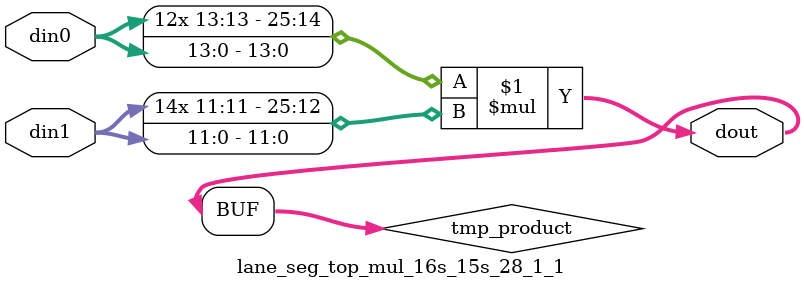
<source format=v>

`timescale 1 ns / 1 ps

  module lane_seg_top_mul_16s_15s_28_1_1(din0, din1, dout);
parameter ID = 1;
parameter NUM_STAGE = 0;
parameter din0_WIDTH = 14;
parameter din1_WIDTH = 12;
parameter dout_WIDTH = 26;

input [din0_WIDTH - 1 : 0] din0; 
input [din1_WIDTH - 1 : 0] din1; 
output [dout_WIDTH - 1 : 0] dout;

wire signed [dout_WIDTH - 1 : 0] tmp_product;













assign tmp_product = $signed(din0) * $signed(din1);








assign dout = tmp_product;







endmodule

</source>
